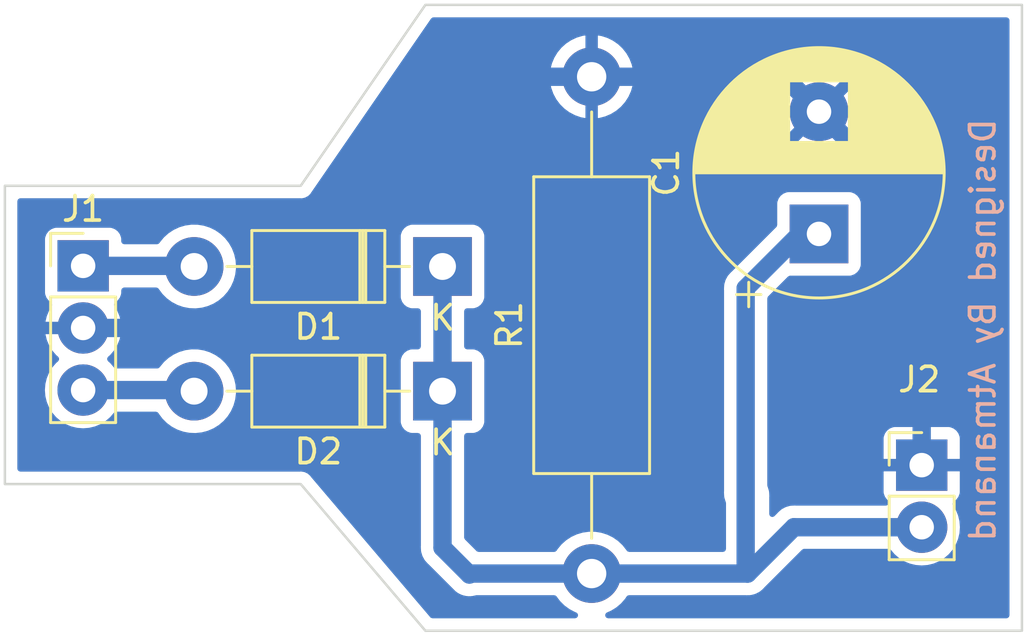
<source format=kicad_pcb>
(kicad_pcb (version 20211014) (generator pcbnew)
  (title_block (title "Center Tapped Full") (date "2023-03-03") (rev "V0.1"))
  (layers (0 "F.Cu" signal) (31 "B.Cu" signal) (34 "B.Paste" user) (35 "F.Paste" user) (36 "B.SilkS" user "B.Silkscreen") (37 "F.SilkS" user "F.Silkscreen") (38 "B.Mask" user) (39 "F.Mask" user) (44 "Edge.Cuts" user))
  (net 0 "")
  (net 1 "Net-(C1-Pad1)")
  (net 2 "Net-(D1-Pad2)")
  (net 3 "Net-(D2-Pad2)")
  (net 4 "GND")
  (footprint "Resistor_THT:R_Axial_DIN0414_L11.9mm_D4.5mm_P20.32mm_Horizontal" (layer "F.Cu") (at 99.1 57.86 90)
    (fp_text reference "R1" (at 10.16 -3.37 90) (layer "F.SilkS"))
    (fp_text value "220")
    (fp_line (start 16.23 -2.37) (end 4.09 -2.37) (layer "F.SilkS") (width 0.12))
    (fp_line (start 1.44 0) (end 4.09 0) (layer "F.SilkS") (width 0.12))
    (fp_line (start 4.09 -2.37) (end 4.09 2.37) (layer "F.SilkS") (width 0.12))
    (fp_line (start 18.88 0) (end 16.23 0) (layer "F.SilkS") (width 0.12))
    (fp_line (start 4.09 2.37) (end 16.23 2.37) (layer "F.SilkS") (width 0.12))
    (fp_line (start 16.23 2.37) (end 16.23 -2.37) (layer "F.SilkS") (width 0.12))
    (pad "1" thru_hole circle (at 0 0 90) (size 2.4 2.4) (drill 1.2) (layers *.Cu *.Mask) (net 1 "Net-(C1-Pad1)"))
    (pad "2" thru_hole oval (at 20.32 0 90) (size 2.4 2.4) (drill 1.2) (layers *.Cu *.Mask) (net 4 "GND"))
  )
  (footprint "Connector_PinHeader_2.54mm:PinHeader_1x03_P2.54mm_Vertical" (layer "F.Cu") (at 78.3 45.275)
    (fp_text reference "J1" (at 0 -2.33) (layer "F.SilkS"))
    (fp_text value "Input")
    (fp_line (start -1.33 0) (end -1.33 -1.33) (layer "F.SilkS") (width 0.12))
    (fp_line (start 1.33 1.27) (end 1.33 6.41) (layer "F.SilkS") (width 0.12))
    (fp_line (start -1.33 -1.33) (end 0 -1.33) (layer "F.SilkS") (width 0.12))
    (fp_line (start -1.33 1.27) (end 1.33 1.27) (layer "F.SilkS") (width 0.12))
    (fp_line (start -1.33 1.27) (end -1.33 6.41) (layer "F.SilkS") (width 0.12))
    (fp_line (start -1.33 6.41) (end 1.33 6.41) (layer "F.SilkS") (width 0.12))
    (pad "1" thru_hole rect (at 0 0) (size 2.1 2.1) (drill 1) (layers *.Cu *.Mask) (net 2 "Net-(D1-Pad2)"))
    (pad "2" thru_hole oval (at 0 2.54) (size 2.1 2.1) (drill 1) (layers *.Cu *.Mask) (net 4 "GND"))
    (pad "3" thru_hole oval (at 0 5.08) (size 2.1 2.1) (drill 1) (layers *.Cu *.Mask) (net 3 "Net-(D2-Pad2)"))
  )
  (footprint "Capacitor_THT:CP_Radial_D10.0mm_P5.00mm" (layer "F.Cu") (at 108.4 43.967677 90)
    (fp_text reference "C1" (at 2.5 -6.25 90) (layer "F.SilkS"))
    (fp_text value "1000u")
    (fp_line (start 5.381 1.241) (end 5.381 4.194) (layer "F.SilkS") (width 0.12))
    (fp_line (start 5.181 1.241) (end 5.181 4.323) (layer "F.SilkS") (width 0.12))
    (fp_line (start 4.661 -4.603) (end 4.661 -1.241) (layer "F.SilkS") (width 0.12))
    (fp_line (start 2.94 -5.062) (end 2.94 5.062) (layer "F.SilkS") (width 0.12))
    (fp_line (start 4.061 1.241) (end 4.061 4.837) (layer "F.SilkS") (width 0.12))
    (fp_line (start 6.501 -3.156) (end 6.501 3.156) (layer "F.SilkS") (width 0.12))
    (fp_line (start 6.541 -3.106) (end 6.541 3.106) (layer "F.SilkS") (width 0.12))
    (fp_line (start 5.741 1.241) (end 5.741 3.925) (layer "F.SilkS") (width 0.12))
    (fp_line (start 4.101 1.241) (end 4.101 4.824) (layer "F.SilkS") (width 0.12))
    (fp_line (start 4.421 -4.707) (end 4.421 -1.241) (layer "F.SilkS") (width 0.12))
    (fp_line (start 6.821 -2.709) (end 6.821 2.709) (layer "F.SilkS") (width 0.12))
    (fp_line (start 5.181 -4.323) (end 5.181 -1.241) (layer "F.SilkS") (width 0.12))
    (fp_line (start 5.621 -4.02) (end 5.621 -1.241) (layer "F.SilkS") (width 0.12))
    (fp_line (start 3.501 -4.982) (end 3.501 4.982) (layer "F.SilkS") (width 0.12))
    (fp_line (start 4.101 -4.824) (end 4.101 -1.241) (layer "F.SilkS") (width 0.12))
    (fp_line (start 4.541 1.241) (end 4.541 4.657) (layer "F.SilkS") (width 0.12))
    (fp_line (start 6.141 -3.561) (end 6.141 -1.241) (layer "F.SilkS") (width 0.12))
    (fp_line (start 2.9 -5.065) (end 2.9 5.065) (layer "F.SilkS") (width 0.12))
    (fp_line (start 5.581 -4.05) (end 5.581 -1.241) (layer "F.SilkS") (width 0.12))
    (fp_line (start 2.74 -5.075) (end 2.74 5.075) (layer "F.SilkS") (width 0.12))
    (fp_line (start 5.661 -3.989) (end 5.661 -1.241) (layer "F.SilkS") (width 0.12))
    (fp_line (start 4.621 -4.621) (end 4.621 -1.241) (layer "F.SilkS") (width 0.12))
    (fp_line (start 5.261 -4.273) (end 5.261 -1.241) (layer "F.SilkS") (width 0.12))
    (fp_line (start 6.581 -3.054) (end 6.581 3.054) (layer "F.SilkS") (width 0.12))
    (fp_line (start 6.461 -3.206) (end 6.461 3.206) (layer "F.SilkS") (width 0.12))
    (fp_line (start 5.541 -4.08) (end 5.541 -1.241) (layer "F.SilkS") (width 0.12))
    (fp_line (start 2.66 -5.078) (end 2.66 5.078) (layer "F.SilkS") (width 0.12))
    (fp_line (start 4.901 -4.483) (end 4.901 -1.241) (layer "F.SilkS") (width 0.12))
    (fp_line (start 6.381 -3.301) (end 6.381 3.301) (layer "F.SilkS") (width 0.12))
    (fp_line (start 2.86 -5.068) (end 2.86 5.068) (layer "F.SilkS") (width 0.12))
    (fp_line (start 5.821 1.241) (end 5.821 3.858) (layer "F.SilkS") (width 0.12))
    (fp_line (start 5.461 1.241) (end 5.461 4.138) (layer "F.SilkS") (width 0.12))
    (fp_line (start 5.901 1.241) (end 5.901 3.789) (layer "F.SilkS") (width 0.12))
    (fp_line (start 4.501 1.241) (end 4.501 4.674) (layer "F.SilkS") (width 0.12))
    (fp_line (start 3.781 1.241) (end 3.781 4.918) (layer "F.SilkS") (width 0.12))
    (fp_line (start 5.341 -4.221) (end 5.341 -1.241) (layer "F.SilkS") (width 0.12))
    (fp_line (start 5.941 -3.753) (end 5.941 -1.241) (layer "F.SilkS") (width 0.12))
    (fp_line (start 5.701 -3.957) (end 5.701 -1.241) (layer "F.SilkS") (width 0.12))
    (fp_line (start 5.101 -4.371) (end 5.101 -1.241) (layer "F.SilkS") (width 0.12))
    (fp_line (start 3.981 -4.862) (end 3.981 -1.241) (layer "F.SilkS") (width 0.12))
    (fp_line (start 6.021 -3.679) (end 6.021 -1.241) (layer "F.SilkS") (width 0.12))
    (fp_line (start 4.861 1.241) (end 4.861 4.504) (layer "F.SilkS") (width 0.12))
    (fp_line (start 4.221 1.241) (end 4.221 4.783) (layer "F.SilkS") (width 0.12))
    (fp_line (start 3.421 -4.997) (end 3.421 4.997) (layer "F.SilkS") (width 0.12))
    (fp_line (start 3.781 -4.918) (end 3.781 -1.241) (layer "F.SilkS") (width 0.12))
    (fp_line (start 3.581 -4.965) (end 3.581 4.965) (layer "F.SilkS") (width 0.12))
    (fp_line (start 7.101 -2.209) (end 7.101 2.209) (layer "F.SilkS") (width 0.12))
    (fp_line (start 4.061 -4.837) (end 4.061 -1.241) (layer "F.SilkS") (width 0.12))
    (fp_line (start 7.261 -1.846) (end 7.261 1.846) (layer "F.SilkS") (width 0.12))
    (fp_line (start 7.141 -2.125) (end 7.141 2.125) (layer "F.SilkS") (width 0.12))
    (fp_line (start 6.661 -2.945) (end 6.661 2.945) (layer "F.SilkS") (width 0.12))
    (fp_line (start 3.301 -5.018) (end 3.301 5.018) (layer "F.SilkS") (width 0.12))
    (fp_line (start -2.479646 -3.375) (end -2.479646 -2.375) (layer "F.SilkS") (width 0.12))
    (fp_line (start 6.941 -2.51) (end 6.941 2.51) (layer "F.SilkS") (width 0.12))
    (fp_line (start 5.861 -3.824) (end 5.861 -1.241) (layer "F.SilkS") (width 0.12))
    (fp_line (start 2.82 -5.07) (end 2.82 5.07) (layer "F.SilkS") (width 0.12))
    (fp_line (start 5.421 -4.166) (end 5.421 -1.241) (layer "F.SilkS") (width 0.12))
    (fp_line (start 5.581 1.241) (end 5.581 4.05) (layer "F.SilkS") (width 0.12))
    (fp_line (start 5.621 1.241) (end 5.621 4.02) (layer "F.SilkS") (width 0.12))
    (fp_line (start 6.061 -3.64) (end 6.061 -1.241) (layer "F.SilkS") (width 0.12))
    (fp_line (start 3.381 -5.004) (end 3.381 5.004) (layer "F.SilkS") (width 0.12))
    (fp_line (start 5.781 -3.892) (end 5.781 -1.241) (layer "F.SilkS") (width 0.12))
    (fp_line (start 7.021 -2.365) (end 7.021 2.365) (layer "F.SilkS") (width 0.12))
    (fp_line (start 5.301 -4.247) (end 5.301 -1.241) (layer "F.SilkS") (width 0.12))
    (fp_line (start 3.661 -4.947) (end 3.661 4.947) (layer "F.SilkS") (width 0.12))
    (fp_line (start 6.981 -2.439) (end 6.981 2.439) (layer "F.SilkS") (width 0.12))
    (fp_line (start 7.461 -1.23) (end 7.461 1.23) (layer "F.SilkS") (width 0.12))
    (fp_line (start 5.701 1.241) (end 5.701 3.957) (layer "F.SilkS") (width 0.12))
    (fp_line (start 4.461 1.241) (end 4.461 4.69) (layer "F.SilkS") (width 0.12))
    (fp_line (start 5.221 1.241) (end 5.221 4.298) (layer "F.SilkS") (width 0.12))
    (fp_line (start 4.221 -4.783) (end 4.221 -1.241) (layer "F.SilkS") (width 0.12))
    (fp_line (start 6.741 -2.83) (end 6.741 2.83) (layer "F.SilkS") (width 0.12))
    (fp_line (start 4.821 1.241) (end 4.821 4.525) (layer "F.SilkS") (width 0.12))
    (fp_line (start 2.78 -5.073) (end 2.78 5.073) (layer "F.SilkS") (width 0.12))
    (fp_line (start 6.421 -3.254) (end 6.421 3.254) (layer "F.SilkS") (width 0.12))
    (fp_line (start 6.621 -3) (end 6.621 3) (layer "F.SilkS") (width 0.12))
    (fp_line (start 6.181 -3.52) (end 6.181 -1.241) (layer "F.SilkS") (width 0.12))
    (fp_line (start 5.981 1.241) (end 5.981 3.716) (layer "F.SilkS") (width 0.12))
    (fp_line (start 6.301 -3.392) (end 6.301 3.392) (layer "F.SilkS") (width 0.12))
    (fp_line (start 6.341 -3.347) (end 6.341 3.347) (layer "F.SilkS") (width 0.12))
    (fp_line (start 5.061 1.241) (end 5.061 4.395) (layer "F.SilkS") (width 0.12))
    (fp_line (start 5.221 -4.298) (end 5.221 -1.241) (layer "F.SilkS") (width 0.12))
    (fp_line (start 3.261 -5.024) (end 3.261 5.024) (layer "F.SilkS") (width 0.12))
    (fp_line (start 3.02 -5.054) (end 3.02 5.054) (layer "F.SilkS") (width 0.12))
    (fp_line (start 4.861 -4.504) (end 4.861 -1.241) (layer "F.SilkS") (width 0.12))
    (fp_line (start 4.821 -4.525) (end 4.821 -1.241) (layer "F.SilkS") (width 0.12))
    (fp_line (start 6.221 1.241) (end 6.221 3.478) (layer "F.SilkS") (width 0.12))
    (fp_line (start 7.421 -1.378) (end 7.421 1.378) (layer "F.SilkS") (width 0.12))
    (fp_line (start 2.98 -5.058) (end 2.98 5.058) (layer "F.SilkS") (width 0.12))
    (fp_line (start 4.421 1.241) (end 4.421 4.707) (layer "F.SilkS") (width 0.12))
    (fp_line (start 5.021 1.241) (end 5.021 4.417) (layer "F.SilkS") (width 0.12))
    (fp_line (start 3.901 1.241) (end 3.901 4.885) (layer "F.SilkS") (width 0.12))
    (fp_line (start 7.221 -1.944) (end 7.221 1.944) (layer "F.SilkS") (width 0.12))
    (fp_line (start 3.541 -4.974) (end 3.541 4.974) (layer "F.SilkS") (width 0.12))
    (fp_line (start 4.261 -4.768) (end 4.261 -1.241) (layer "F.SilkS") (width 0.12))
    (fp_line (start 3.701 -4.938) (end 3.701 4.938) (layer "F.SilkS") (width 0.12))
    (fp_line (start 4.981 1.241) (end 4.981 4.44) (layer "F.SilkS") (width 0.12))
    (fp_line (start 3.741 -4.928) (end 3.741 4.928) (layer "F.SilkS") (width 0.12))
    (fp_line (start 4.781 -4.545) (end 4.781 -1.241) (layer "F.SilkS") (width 0.12))
    (fp_line (start 5.941 1.241) (end 5.941 3.753) (layer "F.SilkS") (width 0.12))
    (fp_line (start 4.661 1.241) (end 4.661 4.603) (layer "F.SilkS") (width 0.12))
    (fp_line (start 4.141 1.241) (end 4.141 4.811) (layer "F.SilkS") (width 0.12))
    (fp_line (start 4.261 1.241) (end 4.261 4.768) (layer "F.SilkS") (width 0.12))
    (fp_line (start 2.62 -5.079) (end 2.62 5.079) (layer "F.SilkS") (width 0.12))
    (fp_line (start 6.181 1.241) (end 6.181 3.52) (layer "F.SilkS") (width 0.12))
    (fp_line (start 3.901 -4.885) (end 3.901 -1.241) (layer "F.SilkS") (width 0.12))
    (fp_line (start 4.301 1.241) (end 4.301 4.754) (layer "F.SilkS") (width 0.12))
    (fp_line (start 3.941 -4.874) (end 3.941 -1.241) (layer "F.SilkS") (width 0.12))
    (fp_line (start 5.981 -3.716) (end 5.981 -1.241) (layer "F.SilkS") (width 0.12))
    (fp_line (start 3.861 -4.897) (end 3.861 -1.241) (layer "F.SilkS") (width 0.12))
    (fp_line (start 5.301 1.241) (end 5.301 4.247) (layer "F.SilkS") (width 0.12))
    (fp_line (start 4.581 -4.639) (end 4.581 -1.241) (layer "F.SilkS") (width 0.12))
    (fp_line (start 3.221 -5.03) (end 3.221 5.03) (layer "F.SilkS") (width 0.12))
    (fp_line (start 4.941 -4.462) (end 4.941 -1.241) (layer "F.SilkS") (width 0.12))
    (fp_line (start 4.181 -4.797) (end 4.181 -1.241) (layer "F.SilkS") (width 0.12))
    (fp_line (start 4.341 1.241) (end 4.341 4.738) (layer "F.SilkS") (width 0.12))
    (fp_line (start 5.261 1.241) (end 5.261 4.273) (layer "F.SilkS") (width 0.12))
    (fp_line (start 4.701 1.241) (end 4.701 4.584) (layer "F.SilkS") (width 0.12))
    (fp_line (start 3.18 -5.035) (end 3.18 5.035) (layer "F.SilkS") (width 0.12))
    (fp_line (start 3.621 -4.956) (end 3.621 4.956) (layer "F.SilkS") (width 0.12))
    (fp_line (start 4.461 -4.69) (end 4.461 -1.241) (layer "F.SilkS") (width 0.12))
    (fp_line (start 4.021 1.241) (end 4.021 4.85) (layer "F.SilkS") (width 0.12))
    (fp_line (start 2.5 -5.08) (end 2.5 5.08) (layer "F.SilkS") (width 0.12))
    (fp_line (start 4.741 -4.564) (end 4.741 -1.241) (layer "F.SilkS") (width 0.12))
    (fp_line (start 6.701 -2.889) (end 6.701 2.889) (layer "F.SilkS") (width 0.12))
    (fp_line (start 4.581 1.241) (end 4.581 4.639) (layer "F.SilkS") (width 0.12))
    (fp_line (start 6.861 -2.645) (end 6.861 2.645) (layer "F.SilkS") (width 0.12))
    (fp_line (start 5.501 1.241) (end 5.501 4.11) (layer "F.SilkS") (width 0.12))
    (fp_line (start 3.861 1.241) (end 3.861 4.897) (layer "F.SilkS") (width 0.12))
    (fp_line (start 6.781 -2.77) (end 6.781 2.77) (layer "F.SilkS") (width 0.12))
    (fp_line (start 5.061 -4.395) (end 5.061 -1.241) (layer "F.SilkS") (width 0.12))
    (fp_line (start 4.301 -4.754) (end 4.301 -1.241) (layer "F.SilkS") (width 0.12))
    (fp_line (start 7.341 -1.63) (end 7.341 1.63) (layer "F.SilkS") (width 0.12))
    (fp_line (start 5.541 1.241) (end 5.541 4.08) (layer "F.SilkS") (width 0.12))
    (fp_line (start 7.181 -2.037) (end 7.181 2.037) (layer "F.SilkS") (width 0.12))
    (fp_line (start 4.741 1.241) (end 4.741 4.564) (layer "F.SilkS") (width 0.12))
    (fp_line (start 6.101 -3.601) (end 6.101 -1.241) (layer "F.SilkS") (width 0.12))
    (fp_line (start 6.221 -3.478) (end 6.221 -1.241) (layer "F.SilkS") (width 0.12))
    (fp_line (start 7.541 -0.862) (end 7.541 0.862) (layer "F.SilkS") (width 0.12))
    (fp_line (start 4.381 1.241) (end 4.381 4.723) (layer "F.SilkS") (width 0.12))
    (fp_line (start 7.501 -1.062) (end 7.501 1.062) (layer "F.SilkS") (width 0.12))
    (fp_line (start 5.381 -4.194) (end 5.381 -1.241) (layer "F.SilkS") (width 0.12))
    (fp_line (start 3.14 -5.04) (end 3.14 5.04) (layer "F.SilkS") (width 0.12))
    (fp_line (start 4.701 -4.584) (end 4.701 -1.241) (layer "F.SilkS") (width 0.12))
    (fp_line (start 4.501 -4.674) (end 4.501 -1.241) (layer "F.SilkS") (width 0.12))
    (fp_line (start 4.381 -4.723) (end 4.381 -1.241) (layer "F.SilkS") (width 0.12))
    (fp_line (start 6.101 1.241) (end 6.101 3.601) (layer "F.SilkS") (width 0.12))
    (fp_line (start 6.141 1.241) (end 6.141 3.561) (layer "F.SilkS") (width 0.12))
    (fp_line (start 5.501 -4.11) (end 5.501 -1.241) (layer "F.SilkS") (width 0.12))
    (fp_line (start 5.101 1.241) (end 5.101 4.371) (layer "F.SilkS") (width 0.12))
    (fp_line (start 4.981 -4.44) (end 4.981 -1.241) (layer "F.SilkS") (width 0.12))
    (fp_line (start 5.021 -4.417) (end 5.021 -1.241) (layer "F.SilkS") (width 0.12))
    (fp_line (start 3.341 -5.011) (end 3.341 5.011) (layer "F.SilkS") (width 0.12))
    (fp_line (start 2.54 -5.08) (end 2.54 5.08) (layer "F.SilkS") (width 0.12))
    (fp_line (start 5.141 -4.347) (end 5.141 -1.241) (layer "F.SilkS") (width 0.12))
    (fp_line (start 3.941 1.241) (end 3.941 4.874) (layer "F.SilkS") (width 0.12))
    (fp_line (start 3.821 -4.907) (end 3.821 -1.241) (layer "F.SilkS") (width 0.12))
    (fp_line (start 5.781 1.241) (end 5.781 3.892) (layer "F.SilkS") (width 0.12))
    (fp_line (start 2.7 -5.077) (end 2.7 5.077) (layer "F.SilkS") (width 0.12))
    (fp_line (start 5.661 1.241) (end 5.661 3.989) (layer "F.SilkS") (width 0.12))
    (fp_line (start 6.261 -3.436) (end 6.261 3.436) (layer "F.SilkS") (width 0.12))
    (fp_line (start 4.541 -4.657) (end 4.541 -1.241) (layer "F.SilkS") (width 0.12))
    (fp_line (start 5.421 1.241) (end 5.421 4.166) (layer "F.SilkS") (width 0.12))
    (fp_line (start 5.741 -3.925) (end 5.741 -1.241) (layer "F.SilkS") (width 0.12))
    (fp_line (start 5.461 -4.138) (end 5.461 -1.241) (layer "F.SilkS") (width 0.12))
    (fp_line (start 3.06 -5.05) (end 3.06 5.05) (layer "F.SilkS") (width 0.12))
    (fp_line (start 6.021 1.241) (end 6.021 3.679) (layer "F.SilkS") (width 0.12))
    (fp_line (start 4.181 1.241) (end 4.181 4.797) (layer "F.SilkS") (width 0.12))
    (fp_line (start 5.861 1.241) (end 5.861 3.824) (layer "F.SilkS") (width 0.12))
    (fp_line (start 5.341 1.241) (end 5.341 4.221) (layer "F.SilkS") (width 0.12))
    (fp_line (start -2.979646 -2.875) (end -1.979646 -2.875) (layer "F.SilkS") (width 0.12))
    (fp_line (start 4.141 -4.811) (end 4.141 -1.241) (layer "F.SilkS") (width 0.12))
    (fp_line (start 3.981 1.241) (end 3.981 4.862) (layer "F.SilkS") (width 0.12))
    (fp_line (start 7.581 -0.599) (end 7.581 0.599) (layer "F.SilkS") (width 0.12))
    (fp_line (start 4.021 -4.85) (end 4.021 -1.241) (layer "F.SilkS") (width 0.12))
    (fp_line (start 7.061 -2.289) (end 7.061 2.289) (layer "F.SilkS") (width 0.12))
    (fp_line (start 5.141 1.241) (end 5.141 4.347) (layer "F.SilkS") (width 0.12))
    (fp_line (start 4.901 1.241) (end 4.901 4.483) (layer "F.SilkS") (width 0.12))
    (fp_line (start 3.1 -5.045) (end 3.1 5.045) (layer "F.SilkS") (width 0.12))
    (fp_line (start 3.461 -4.99) (end 3.461 4.99) (layer "F.SilkS") (width 0.12))
    (fp_line (start 4.621 1.241) (end 4.621 4.621) (layer "F.SilkS") (width 0.12))
    (fp_line (start 4.941 1.241) (end 4.941 4.462) (layer "F.SilkS") (width 0.12))
    (fp_line (start 4.781 1.241) (end 4.781 4.545) (layer "F.SilkS") (width 0.12))
    (fp_line (start 6.061 1.241) (end 6.061 3.64) (layer "F.SilkS") (width 0.12))
    (fp_line (start 2.58 -5.08) (end 2.58 5.08) (layer "F.SilkS") (width 0.12))
    (fp_line (start 3.821 1.241) (end 3.821 4.907) (layer "F.SilkS") (width 0.12))
    (fp_line (start 4.341 -4.738) (end 4.341 -1.241) (layer "F.SilkS") (width 0.12))
    (fp_line (start 6.901 -2.579) (end 6.901 2.579) (layer "F.SilkS") (width 0.12))
    (fp_line (start 5.821 -3.858) (end 5.821 -1.241) (layer "F.SilkS") (width 0.12))
    (fp_line (start 7.381 -1.51) (end 7.381 1.51) (layer "F.SilkS") (width 0.12))
    (fp_line (start 5.901 -3.789) (end 5.901 -1.241) (layer "F.SilkS") (width 0.12))
    (fp_line (start 7.301 -1.742) (end 7.301 1.742) (layer "F.SilkS") (width 0.12))
    (fp_circle (center 2.5 0) (end 7.62 0) (layer "F.SilkS") (width 0.12) (fill none))
    (pad "1" thru_hole rect (at 0 0 90) (size 2.4 2.4) (drill 1) (layers *.Cu *.Mask) (net 1 "Net-(C1-Pad1)"))
    (pad "2" thru_hole circle (at 5 0 90) (size 2.4 2.4) (drill 1) (layers *.Cu *.Mask) (net 4 "GND"))
  )
  (footprint "Connector_PinHeader_2.54mm:PinHeader_1x02_P2.54mm_Vertical" (layer "F.Cu") (at 112.6 53.425)
    (fp_text reference "J2" (at -0.1 -3.5) (layer "F.SilkS"))
    (fp_text value "Output")
    (fp_line (start -1.33 -1.33) (end 0 -1.33) (layer "F.SilkS") (width 0.12))
    (fp_line (start 1.33 1.27) (end 1.33 3.87) (layer "F.SilkS") (width 0.12))
    (fp_line (start -1.33 3.87) (end 1.33 3.87) (layer "F.SilkS") (width 0.12))
    (fp_line (start -1.33 1.27) (end 1.33 1.27) (layer "F.SilkS") (width 0.12))
    (fp_line (start -1.33 0) (end -1.33 -1.33) (layer "F.SilkS") (width 0.12))
    (fp_line (start -1.33 1.27) (end -1.33 3.87) (layer "F.SilkS") (width 0.12))
    (pad "1" thru_hole rect (at 0 0) (size 2.1 2.1) (drill 1) (layers *.Cu *.Mask) (net 4 "GND"))
    (pad "2" thru_hole oval (at 0 2.54) (size 2.1 2.1) (drill 1) (layers *.Cu *.Mask) (net 1 "Net-(C1-Pad1)"))
  )
  (footprint "Diode_THT:D_DO-41_SOD81_P10.16mm_Horizontal" (layer "F.Cu") (at 93 45.3 180)
    (fp_text reference "D1" (at 5.08 -2.47) (layer "F.SilkS"))
    (fp_text value "1N4007")
    (fp_text user "K" (at 0 -2.1) (layer "F.SilkS"))
    (fp_line (start 3.38 -1.47) (end 3.38 1.47) (layer "F.SilkS") (width 0.12))
    (fp_line (start 3.26 -1.47) (end 3.26 1.47) (layer "F.SilkS") (width 0.12))
    (fp_line (start 8.82 0) (end 7.8 0) (layer "F.SilkS") (width 0.12))
    (fp_line (start 7.8 -1.47) (end 2.36 -1.47) (layer "F.SilkS") (width 0.12))
    (fp_line (start 3.14 -1.47) (end 3.14 1.47) (layer "F.SilkS") (width 0.12))
    (fp_line (start 2.36 1.47) (end 7.8 1.47) (layer "F.SilkS") (width 0.12))
    (fp_line (start 1.34 0) (end 2.36 0) (layer "F.SilkS") (width 0.12))
    (fp_line (start 2.36 -1.47) (end 2.36 1.47) (layer "F.SilkS") (width 0.12))
    (fp_line (start 7.8 1.47) (end 7.8 -1.47) (layer "F.SilkS") (width 0.12))
    (pad "1" thru_hole rect (at 0 0 180) (size 2.4 2.4) (drill 1.1) (layers *.Cu *.Mask) (net 1 "Net-(C1-Pad1)"))
    (pad "2" thru_hole oval (at 10.16 0 180) (size 2.4 2.4) (drill 1.1) (layers *.Cu *.Mask) (net 2 "Net-(D1-Pad2)"))
  )
  (footprint "Diode_THT:D_DO-41_SOD81_P10.16mm_Horizontal" (layer "F.Cu") (at 93 50.4 180)
    (fp_text reference "D2" (at 5.08 -2.47) (layer "F.SilkS"))
    (fp_text value "1N4007")
    (fp_text user "K" (at 0 -2.1) (layer "F.SilkS"))
    (fp_line (start 2.36 -1.47) (end 2.36 1.47) (layer "F.SilkS") (width 0.12))
    (fp_line (start 3.26 -1.47) (end 3.26 1.47) (layer "F.SilkS") (width 0.12))
    (fp_line (start 1.34 0) (end 2.36 0) (layer "F.SilkS") (width 0.12))
    (fp_line (start 7.8 1.47) (end 7.8 -1.47) (layer "F.SilkS") (width 0.12))
    (fp_line (start 2.36 1.47) (end 7.8 1.47) (layer "F.SilkS") (width 0.12))
    (fp_line (start 3.14 -1.47) (end 3.14 1.47) (layer "F.SilkS") (width 0.12))
    (fp_line (start 7.8 -1.47) (end 2.36 -1.47) (layer "F.SilkS") (width 0.12))
    (fp_line (start 3.38 -1.47) (end 3.38 1.47) (layer "F.SilkS") (width 0.12))
    (fp_line (start 8.82 0) (end 7.8 0) (layer "F.SilkS") (width 0.12))
    (pad "1" thru_hole rect (at 0 0 180) (size 2.4 2.4) (drill 1.1) (layers *.Cu *.Mask) (net 1 "Net-(C1-Pad1)"))
    (pad "2" thru_hole oval (at 10.16 0 180) (size 2.4 2.4) (drill 1.1) (layers *.Cu *.Mask) (net 3 "Net-(D2-Pad2)"))
  )
  (gr_poly (pts (xy 116.7 60.2) (xy 92.3 60.2) (xy 87.2 54.2) (xy 75.1 54.2) (xy 75.1 42) (xy 87.2 42) (xy 92.3 34.6) (xy 116.7 34.6)) (layer "Edge.Cuts") (width 0.1) (fill none))
  (gr_text "Designed By Atmanand" (at 115.1 47.9 90) (layer "B.SilkS") (effects (font (size 1 1)) (justify mirror)))
  (segment (start 93 45.3) (end 93 50.4) (width 0.75) (layer "B.Cu") (net 1))
  (segment (start 94.1 57.9) (end 94.14 57.86) (width 0.75) (layer "B.Cu") (net 1))
  (segment (start 93 50.4) (end 93 56.8) (width 0.75) (layer "B.Cu") (net 1))
  (segment (start 105.48 57.86) (end 105.4 57.78) (width 0.75) (layer "B.Cu") (net 1))
  (segment (start 99.1 57.86) (end 105.48 57.86) (width 0.75) (layer "B.Cu") (net 1))
  (segment (start 112.6 55.965) (end 107.375 55.965) (width 0.75) (layer "B.Cu") (net 1))
  (segment (start 107.625 43.967677) (end 108.4 43.967677) (width 0.75) (layer "B.Cu") (net 1))
  (segment (start 93 56.8) (end 94.1 57.9) (width 0.75) (layer "B.Cu") (net 1))
  (segment (start 105.4 46.192677) (end 107.625 43.967677) (width 0.75) (layer "B.Cu") (net 1))
  (segment (start 94.14 57.86) (end 99.1 57.86) (width 0.75) (layer "B.Cu") (net 1))
  (segment (start 107.375 55.965) (end 105.48 57.86) (width 0.75) (layer "B.Cu") (net 1))
  (segment (start 105.4 57.78) (end 105.4 46.192677) (width 0.75) (layer "B.Cu") (net 1))
  (segment (start 78.3 45.275) (end 82.815 45.275) (width 0.75) (layer "B.Cu") (net 2))
  (segment (start 82.815 45.275) (end 82.84 45.3) (width 0.75) (layer "B.Cu") (net 2))
  (segment (start 78.3 50.355) (end 82.795 50.355) (width 0.75) (layer "B.Cu") (net 3))
  (segment (start 82.795 50.355) (end 82.84 50.4) (width 0.75) (layer "B.Cu") (net 3))
  (segment (start 86.535 47.815) (end 96.81 37.54) (width 0.75) (layer "B.Cu") (net 4))
  (segment (start 108.4 38.967677) (end 112.6 43.167677) (width 0.75) (layer "B.Cu") (net 4))
  (segment (start 108.4 38.967677) (end 107.032323 37.6) (width 0.75) (layer "B.Cu") (net 4))
  (segment (start 106.34 37.54) (end 99.1 37.54) (width 0.75) (layer "B.Cu") (net 4))
  (segment (start 106.4 37.6) (end 106.34 37.54) (width 0.75) (layer "B.Cu") (net 4))
  (segment (start 96.81 37.54) (end 99.1 37.54) (width 0.75) (layer "B.Cu") (net 4))
  (segment (start 78.3 47.815) (end 86.535 47.815) (width 0.75) (layer "B.Cu") (net 4))
  (segment (start 112.6 43.167677) (end 112.6 53.425) (width 0.75) (layer "B.Cu") (net 4))
  (segment (start 107 37.5) (end 106.367677 37.5) (width 0.75) (layer "B.Cu") (net 4))
  (zone (net 4) (net_name "GND") (layer "B.Cu") (connect_pads (clearance 0.508)) (min_thickness 0.254) (fill yes (thermal_gap 0.508) (thermal_bridge_width 0.508))
    (polygon (pts (xy 116.8 60.3) (xy 92.2 60.3) (xy 87.2 54.4) (xy 74.9 54.4) (xy 74.9 41.8) (xy 87.1 41.8) (xy 92.2 34.4) (xy 116.8 34.4)))
  )
)
</source>
